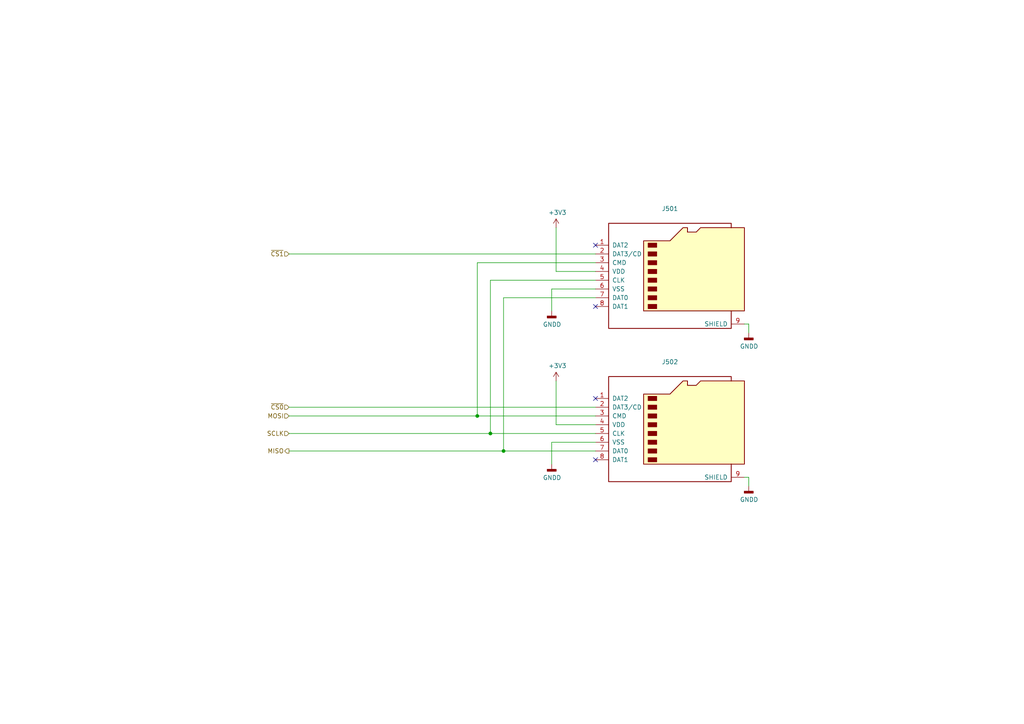
<source format=kicad_sch>
(kicad_sch (version 20211123) (generator eeschema)
  (paper "A4")
  (lib_symbols
    (symbol "Connector:Micro_SD_Card" (pin_names (offset 1.016))
      (property "Reference" "J" (at -16.51 15.24 0))
      (property "Value" "Micro_SD_Card" (at 16.51 15.24 0))
      (symbol "Micro_SD_Card_0_1"
        (rectangle (start -7.62 -9.525) (end -5.08 -10.795) (fill (type outline)))
        (rectangle (start -7.62 -6.985) (end -5.08 -8.255) (fill (type outline)))
        (rectangle (start -7.62 -4.445) (end -5.08 -5.715) (fill (type outline)))
        (rectangle (start -7.62 -1.905) (end -5.08 -3.175) (fill (type outline)))
        (rectangle (start -7.62 0.635) (end -5.08 -0.635) (fill (type outline)))
        (rectangle (start -7.62 3.175) (end -5.08 1.905) (fill (type outline)))
        (rectangle (start -7.62 5.715) (end -5.08 4.445) (fill (type outline)))
        (rectangle (start -7.62 8.255) (end -5.08 6.985) (fill (type outline)))
        (polyline (pts (xy 16.51 12.7) (xy 16.51 13.97) (xy -19.05 13.97) (xy -19.05 -16.51) (xy 16.51 -16.51) (xy 16.51 -11.43)) (stroke (width 0.254)))
        (polyline (pts (xy -8.89 -11.43) (xy -8.89 8.89) (xy -1.27 8.89) (xy 2.54 12.7) (xy 3.81 12.7) (xy 3.81 11.43) (xy 6.35 11.43) (xy 7.62 12.7) (xy 20.32 12.7) (xy 20.32 -11.43) (xy -8.89 -11.43)) (stroke (width 0.254)) (fill (type background)))
      )
      (symbol "Micro_SD_Card_1_1"
        (pin bidirectional line (at -22.86 7.62 0) (length 3.81) (name "DAT2") (number "1"))
        (pin bidirectional line (at -22.86 5.08 0) (length 3.81) (name "DAT3/CD") (number "2"))
        (pin input line (at -22.86 2.54 0) (length 3.81) (name "CMD") (number "3"))
        (pin power_in line (at -22.86 0 0) (length 3.81) (name "VDD") (number "4"))
        (pin input line (at -22.86 -2.54 0) (length 3.81) (name "CLK") (number "5"))
        (pin power_in line (at -22.86 -5.08 0) (length 3.81) (name "VSS") (number "6"))
        (pin bidirectional line (at -22.86 -7.62 0) (length 3.81) (name "DAT0") (number "7"))
        (pin bidirectional line (at -22.86 -10.16 0) (length 3.81) (name "DAT1") (number "8"))
        (pin passive line (at 20.32 -15.24 180) (length 3.81) (name "SHIELD") (number "9"))
      )
    )
    (symbol "power:+3V3" (power) (pin_names (offset 0))
      (property "Value" "+3V3" (at 0 3.556 0))
      (symbol "+3V3_0_1"
        (polyline (pts (xy -0.762 1.27) (xy 0 2.54)))
        (polyline (pts (xy 0 0) (xy 0 2.54)))
        (polyline (pts (xy 0 2.54) (xy 0.762 1.27)))
      )
      (symbol "+3V3_1_1"
        (pin power_in line (at 0 0 90) (length 0) hide (name "+3V3") (number "1"))
      )
    )
    (symbol "power:GNDD" (power) (pin_names (offset 0))
      (property "Value" "GNDD" (at 0 -3.175 0))
      (symbol "GNDD_0_1"
        (rectangle (start -1.27 -1.524) (end 1.27 -2.032) (stroke (width 0.254)) (fill (type outline)))
        (polyline (pts (xy 0 0) (xy 0 -1.524)))
      )
      (symbol "GNDD_1_1"
        (pin power_in line (at 0 0 270) (length 0) hide (name "GNDD") (number "1"))
      )
    )
  )
  (junction (at 138.43 120.65))
  (junction (at 142.24 125.73))
  (junction (at 146.05 130.81))
  (no_connect (at 172.72 88.9))
  (no_connect (at 172.72 115.57))
  (no_connect (at 172.72 71.12))
  (no_connect (at 172.72 133.35))
  (wire (pts (xy 217.17 138.43) (xy 215.9 138.43)))
  (wire (pts (xy 142.24 125.73) (xy 172.72 125.73)))
  (wire (pts (xy 172.72 78.74) (xy 161.29 78.74)))
  (wire (pts (xy 172.72 123.19) (xy 161.29 123.19)))
  (wire (pts (xy 160.02 128.27) (xy 160.02 134.62)))
  (wire (pts (xy 146.05 86.36) (xy 172.72 86.36)))
  (wire (pts (xy 161.29 123.19) (xy 161.29 110.49)))
  (wire (pts (xy 138.43 120.65) (xy 172.72 120.65)))
  (wire (pts (xy 83.82 118.11) (xy 172.72 118.11)))
  (wire (pts (xy 172.72 128.27) (xy 160.02 128.27)))
  (wire (pts (xy 142.24 81.28) (xy 142.24 125.73)))
  (wire (pts (xy 160.02 83.82) (xy 160.02 90.17)))
  (wire (pts (xy 83.82 73.66) (xy 172.72 73.66)))
  (wire (pts (xy 217.17 93.98) (xy 215.9 93.98)))
  (wire (pts (xy 217.17 96.52) (xy 217.17 93.98)))
  (wire (pts (xy 146.05 86.36) (xy 146.05 130.81)))
  (wire (pts (xy 172.72 83.82) (xy 160.02 83.82)))
  (wire (pts (xy 138.43 76.2) (xy 172.72 76.2)))
  (wire (pts (xy 146.05 130.81) (xy 172.72 130.81)))
  (wire (pts (xy 217.17 140.97) (xy 217.17 138.43)))
  (wire (pts (xy 83.82 130.81) (xy 146.05 130.81)))
  (wire (pts (xy 161.29 78.74) (xy 161.29 66.04)))
  (wire (pts (xy 142.24 81.28) (xy 172.72 81.28)))
  (wire (pts (xy 83.82 125.73) (xy 142.24 125.73)))
  (wire (pts (xy 83.82 120.65) (xy 138.43 120.65)))
  (wire (pts (xy 138.43 76.2) (xy 138.43 120.65)))
  (hierarchical_label "SCLK" (shape input) (at 83.82 125.73 180))
  (hierarchical_label "~{CS0}" (shape input) (at 83.82 118.11 180))
  (hierarchical_label "MOSI" (shape input) (at 83.82 120.65 180))
  (hierarchical_label "~{CS1}" (shape input) (at 83.82 73.66 180))
  (hierarchical_label "MISO" (shape output) (at 83.82 130.81 180))
  (symbol (lib_id "power:GNDD") (at 160.02 134.62 0) (unit 1)
    (property "Reference" "#PWR0502" (effects hide))
  )
  (symbol (lib_id "power:+3V3") (at 161.29 110.49 0) (unit 1)
    (property "Reference" "#PWR0504" (effects hide))
  )
  (symbol (lib_id "Connector:Micro_SD_Card") (at 195.58 123.19 0) (unit 1)
    (property "Reference" "J502" (at 194.31 104.9782 0))
    (property "Datasheet" "http://katalog.we-online.de/em/datasheet/693072010801.pdf" (effects hide))
  )
  (symbol (lib_id "power:GNDD") (at 217.17 140.97 0) (unit 1)
    (property "Reference" "#PWR0506" (effects hide))
  )
  (symbol (lib_id "power:GNDD") (at 160.02 90.17 0) (unit 1)
    (property "Reference" "#PWR0501" (effects hide))
  )
  (symbol (lib_id "power:+3V3") (at 161.29 66.04 0) (unit 1)
    (property "Reference" "#PWR0503" (effects hide))
  )
  (symbol (lib_id "Connector:Micro_SD_Card") (at 195.58 78.74 0) (unit 1)
    (property "Reference" "J501" (at 194.31 60.5282 0))
    (property "Datasheet" "http://katalog.we-online.de/em/datasheet/693072010801.pdf" (effects hide))
  )
  (symbol (lib_id "power:GNDD") (at 217.17 96.52 0) (unit 1)
    (property "Reference" "#PWR0505" (effects hide))
  )
)
</source>
